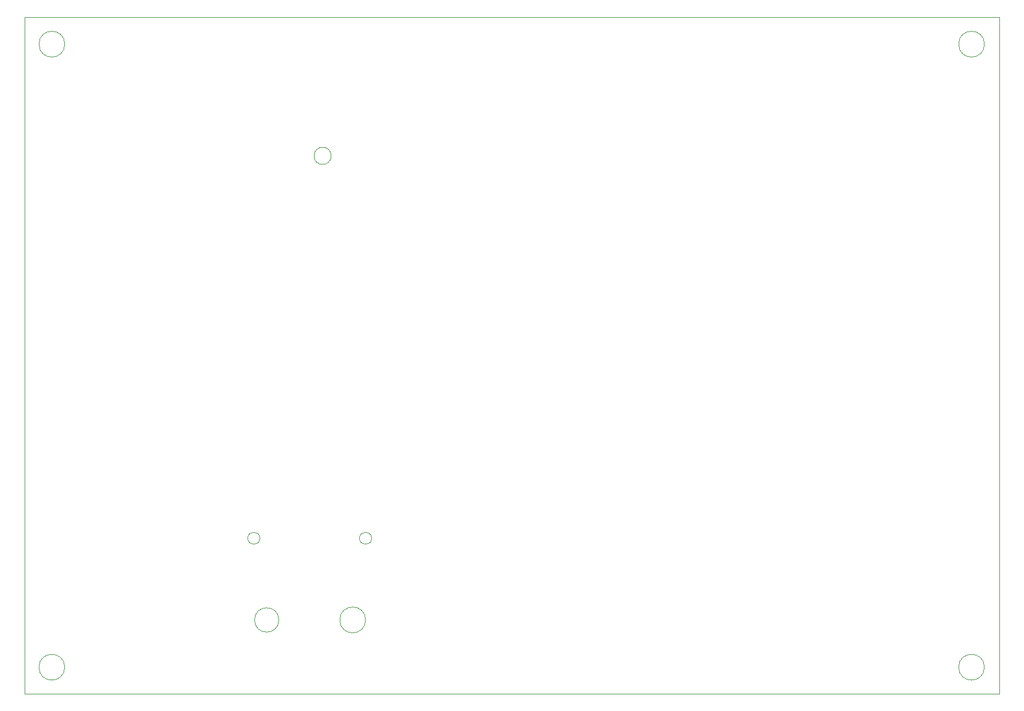
<source format=gm1>
G04 #@! TF.FileFunction,Profile,NP*
%FSLAX46Y46*%
G04 Gerber Fmt 4.6, Leading zero omitted, Abs format (unit mm)*
G04 Created by KiCad (PCBNEW (2015-07-01 BZR 5850, Git 51c0ae3)-product) date 08.09.2015 00:21:10*
%MOMM*%
G01*
G04 APERTURE LIST*
%ADD10C,0.100000*%
G04 APERTURE END LIST*
D10*
X45339000Y-20574000D02*
G75*
G03X45339000Y-20574000I-1270000J0D01*
G01*
X51317026Y-77089000D02*
G75*
G03X51317026Y-77089000I-898026J0D01*
G01*
X34807026Y-77089000D02*
G75*
G03X34807026Y-77089000I-898026J0D01*
G01*
X37610051Y-89154000D02*
G75*
G03X37610051Y-89154000I-1796051J0D01*
G01*
X50419000Y-89154000D02*
G75*
G03X50419000Y-89154000I-1905000J0D01*
G01*
X141859000Y-96139000D02*
G75*
G03X141859000Y-96139000I-1905000J0D01*
G01*
X141859000Y-4064000D02*
G75*
G03X141859000Y-4064000I-1905000J0D01*
G01*
X141859000Y-4064000D02*
G75*
G03X141859000Y-4064000I-1905000J0D01*
G01*
X141859000Y-4064000D02*
G75*
G03X141859000Y-4064000I-1905000J0D01*
G01*
X141859000Y-4064000D02*
G75*
G03X141859000Y-4064000I-1905000J0D01*
G01*
X5969000Y-96139000D02*
G75*
G03X5969000Y-96139000I-1905000J0D01*
G01*
X5969000Y-4064000D02*
G75*
G03X5969000Y-4064000I-1905000J0D01*
G01*
X5969000Y-4064000D02*
G75*
G03X5969000Y-4064000I-1905000J0D01*
G01*
X59000Y-100059000D02*
X59000Y-59000D01*
X144059000Y-100059000D02*
X59000Y-100059000D01*
X144059000Y-59000D02*
X144059000Y-100059000D01*
X59000Y-59000D02*
X144059000Y-59000D01*
M02*

</source>
